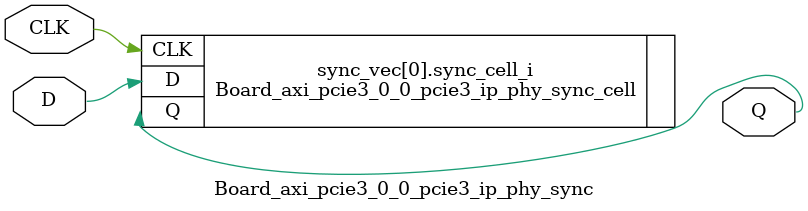
<source format=v>





`timescale 1ps / 1ps



//-------------------------------------------------------------------------------------------------
//  PHY Synchronizer Module
//-------------------------------------------------------------------------------------------------
module Board_axi_pcie3_0_0_pcie3_ip_phy_sync #
(
    parameter integer WIDTH = 1, 
    parameter integer STAGE = 2
)
(
    //-------------------------------------------------------------------------- 
    //  Input Ports
    //-------------------------------------------------------------------------- 
    input                               CLK,
    input       [WIDTH-1:0]             D,
    
    //-------------------------------------------------------------------------- 
    //  Output Ports
    //-------------------------------------------------------------------------- 
    output      [WIDTH-1:0]             Q
);                                                        



//--------------------------------------------------------------------------------------------------
//  Generate Synchronizer - Begin
//--------------------------------------------------------------------------------------------------
genvar i;

generate for (i=0; i<WIDTH; i=i+1) 

    begin : sync_vec

    //----------------------------------------------------------------------
    //  Synchronizer
    //----------------------------------------------------------------------
Board_axi_pcie3_0_0_pcie3_ip_phy_sync_cell #
    (
        .STAGE                            (STAGE)
    )    
    sync_cell_i
    (
        //------------------------------------------------------------------
        //  Input Ports
        //------------------------------------------------------------------
        .CLK                              (CLK),
        .D                                (D[i]),

        //------------------------------------------------------------------
        //  Output Ports
        //------------------------------------------------------------------
        .Q                                (Q[i])
    );
 
    end   
      
endgenerate 
//--------------------------------------------------------------------------------------------------
//  Generate - End
//--------------------------------------------------------------------------------------------------



endmodule





</source>
